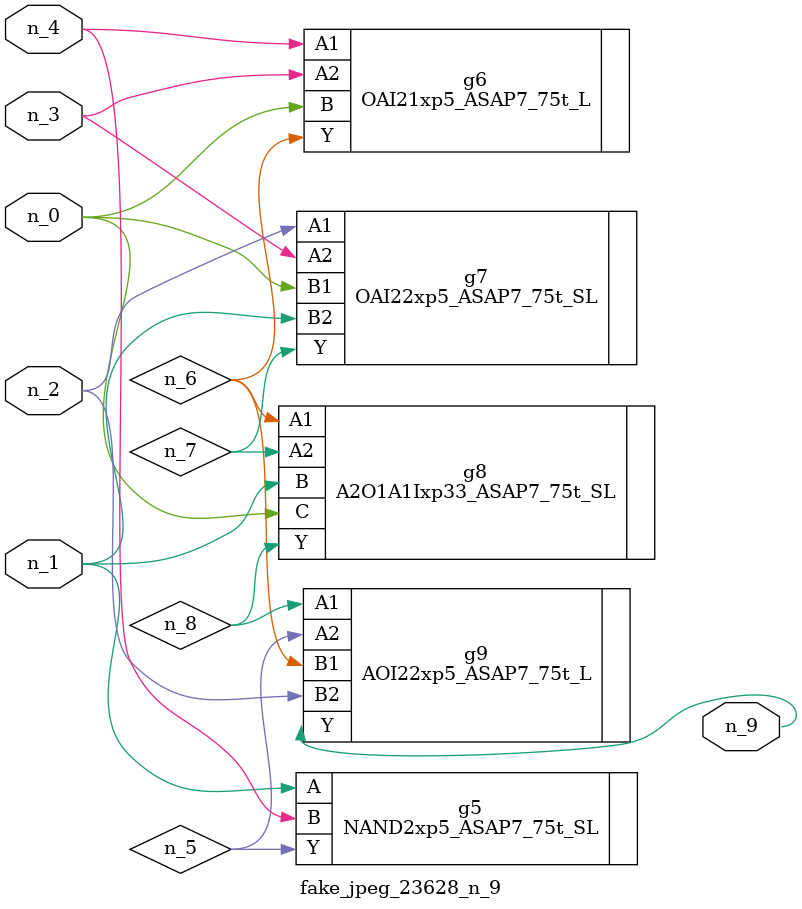
<source format=v>
module fake_jpeg_23628_n_9 (n_3, n_2, n_1, n_0, n_4, n_9);

input n_3;
input n_2;
input n_1;
input n_0;
input n_4;

output n_9;

wire n_8;
wire n_6;
wire n_5;
wire n_7;

NAND2xp5_ASAP7_75t_SL g5 ( 
.A(n_1),
.B(n_4),
.Y(n_5)
);

OAI21xp5_ASAP7_75t_L g6 ( 
.A1(n_4),
.A2(n_3),
.B(n_0),
.Y(n_6)
);

OAI22xp5_ASAP7_75t_SL g7 ( 
.A1(n_2),
.A2(n_3),
.B1(n_0),
.B2(n_1),
.Y(n_7)
);

A2O1A1Ixp33_ASAP7_75t_SL g8 ( 
.A1(n_6),
.A2(n_7),
.B(n_1),
.C(n_0),
.Y(n_8)
);

AOI22xp5_ASAP7_75t_L g9 ( 
.A1(n_8),
.A2(n_5),
.B1(n_6),
.B2(n_2),
.Y(n_9)
);


endmodule
</source>
